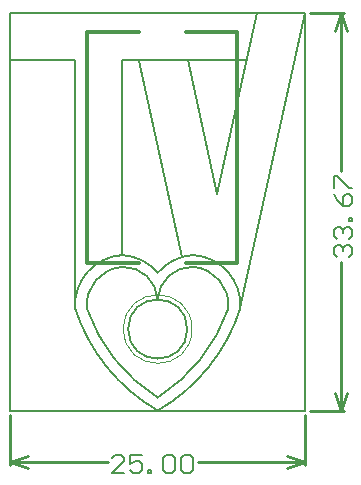
<source format=gm1>
G04*
G04 #@! TF.GenerationSoftware,Altium Limited,Altium Designer,18.1.7 (191)*
G04*
G04 Layer_Color=16711935*
%FSAX25Y25*%
%MOIN*%
G70*
G01*
G75*
%ADD10C,0.00787*%
%ADD13C,0.01181*%
%ADD20C,0.00394*%
%ADD21C,0.01000*%
%ADD22C,0.00600*%
D10*
X0368061Y0279528D02*
G03*
X0391708Y0249744I0054134J0018701D01*
G01*
X0391658D02*
G03*
X0415305Y0279528I-0030487J0048484D01*
G01*
D02*
G03*
X0403494Y0293307I-0012795J0000984D01*
G01*
D02*
G03*
X0391708Y0282283I-0000381J-0011405D01*
G01*
D02*
G03*
X0379872Y0293307I-0011430J-0000406D01*
G01*
Y0293307D02*
G03*
X0368061Y0279528I0000984J-0012795D01*
G01*
X0379921Y0297244D02*
G03*
X0364173Y0279528I0000984J-0016732D01*
G01*
X0401553Y0272564D02*
G03*
X0401553Y0272564I-0009843J0000000D01*
G01*
X0391734Y0291337D02*
G03*
X0379921Y0297244I-0012797J-0010825D01*
G01*
X0403543Y0297244D02*
G03*
X0391722Y0291326I0000984J-0016732D01*
G01*
X0391732Y0245399D02*
G03*
X0419291Y0279528I-0030512J0052830D01*
G01*
X0364173D02*
G03*
X0391732Y0245399I0058071J0018701D01*
G01*
X0419291Y0279528D02*
G03*
X0403543Y0297244I-0016732J0000984D01*
G01*
X0342520Y0362229D02*
X0364173Y0362205D01*
X0385469Y0362031D02*
X0399855Y0296643D01*
X0401687Y0362229D02*
X0411481Y0317712D01*
X0379921Y0297244D02*
Y0362205D01*
X0411481Y0317712D02*
X0424728Y0377926D01*
X0419291Y0279528D02*
X0440945Y0377953D01*
X0364173Y0362205D02*
X0364173Y0279528D01*
X0379921Y0362205D02*
X0421260Y0362205D01*
X0342520Y0377953D02*
X0342520Y0245399D01*
Y0377953D02*
X0440945D01*
X0440945D02*
X0440945Y0245399D01*
X0342520D02*
X0440945D01*
D13*
X0418209Y0294494D02*
Y0371502D01*
X0401083Y0294494D02*
X0418209D01*
X0368209D02*
X0385335D01*
X0368209D02*
Y0371502D01*
X0385335D01*
X0401083D02*
X0418209D01*
D20*
X0403150Y0272564D02*
G03*
X0403150Y0272564I-0011417J0000000D01*
G01*
D21*
X0342520Y0228346D02*
X0348520Y0230346D01*
X0342520Y0228346D02*
X0348520Y0226346D01*
X0434945D02*
X0440945Y0228346D01*
X0434945Y0230346D02*
X0440945Y0228346D01*
X0342520D02*
X0375037D01*
X0405228D02*
X0440945D01*
X0342520Y0227346D02*
Y0244005D01*
X0440945Y0227346D02*
Y0244005D01*
X0452756Y0377953D02*
X0454756Y0371953D01*
X0450756D02*
X0452756Y0377953D01*
X0450756Y0251399D02*
X0452756Y0245399D01*
X0454756Y0251399D01*
X0452756Y0325171D02*
Y0377953D01*
Y0245399D02*
Y0294980D01*
X0442339Y0377953D02*
X0453756D01*
X0442339Y0245399D02*
X0453756D01*
D22*
X0380635Y0224747D02*
X0376637D01*
X0380635Y0228746D01*
Y0229746D01*
X0379636Y0230746D01*
X0377636D01*
X0376637Y0229746D01*
X0386633Y0230746D02*
X0382635D01*
Y0227747D01*
X0384634Y0228746D01*
X0385634D01*
X0386633Y0227747D01*
Y0225747D01*
X0385634Y0224747D01*
X0383634D01*
X0382635Y0225747D01*
X0388633Y0224747D02*
Y0225747D01*
X0389633D01*
Y0224747D01*
X0388633D01*
X0393631Y0229746D02*
X0394631Y0230746D01*
X0396630D01*
X0397630Y0229746D01*
Y0225747D01*
X0396630Y0224747D01*
X0394631D01*
X0393631Y0225747D01*
Y0229746D01*
X0399629D02*
X0400629Y0230746D01*
X0402628D01*
X0403628Y0229746D01*
Y0225747D01*
X0402628Y0224747D01*
X0400629D01*
X0399629Y0225747D01*
Y0229746D01*
X0451357Y0296580D02*
X0450357Y0297580D01*
Y0299579D01*
X0451357Y0300579D01*
X0452356D01*
X0453356Y0299579D01*
Y0298579D01*
Y0299579D01*
X0454356Y0300579D01*
X0455355D01*
X0456355Y0299579D01*
Y0297580D01*
X0455355Y0296580D01*
X0451357Y0302578D02*
X0450357Y0303578D01*
Y0305577D01*
X0451357Y0306577D01*
X0452356D01*
X0453356Y0305577D01*
Y0304577D01*
Y0305577D01*
X0454356Y0306577D01*
X0455355D01*
X0456355Y0305577D01*
Y0303578D01*
X0455355Y0302578D01*
X0456355Y0308576D02*
X0455355D01*
Y0309576D01*
X0456355D01*
Y0308576D01*
X0450357Y0317573D02*
X0451357Y0315574D01*
X0453356Y0313575D01*
X0455355D01*
X0456355Y0314574D01*
Y0316574D01*
X0455355Y0317573D01*
X0454356D01*
X0453356Y0316574D01*
Y0313575D01*
X0450357Y0319573D02*
Y0323571D01*
X0451357D01*
X0455355Y0319573D01*
X0456355D01*
M02*

</source>
